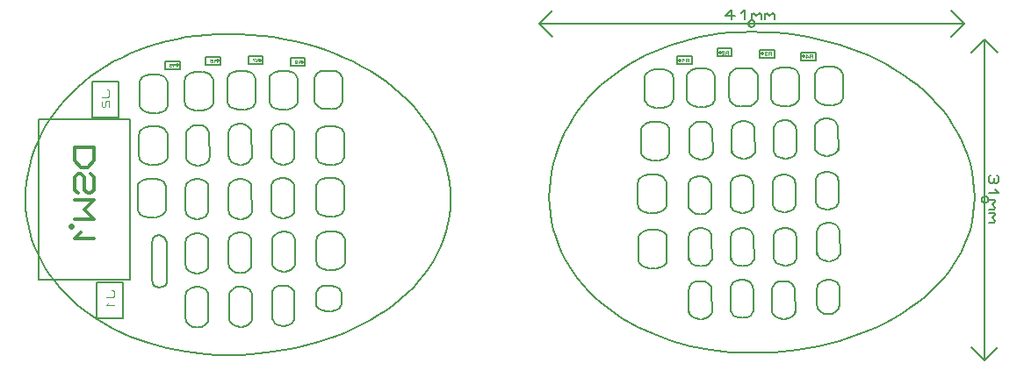
<source format=gbr>
G04 PROTEUS GERBER X2 FILE*
%TF.GenerationSoftware,Labcenter,Proteus,8.9-SP2-Build28501*%
%TF.CreationDate,2020-07-12T19:41:18+00:00*%
%TF.FileFunction,AssemblyDrawing,Bot*%
%TF.FilePolarity,Positive*%
%TF.Part,Single*%
%TF.SameCoordinates,{dc61f2e1-3fbc-4622-b235-fc52ee95e5fb}*%
%FSLAX45Y45*%
%MOMM*%
G01*
%TA.AperFunction,Profile*%
%ADD18C,0.203200*%
%TA.AperFunction,NonMaterial*%
%ADD19C,0.203200*%
%TA.AperFunction,Material*%
%ADD24C,0.152400*%
%ADD40C,0.121920*%
%ADD41C,0.609600*%
%ADD42C,0.313430*%
%ADD22C,0.203200*%
%ADD37C,0.304800*%
%ADD38C,0.045720*%
%TD.AperFunction*%
D18*
X-6550000Y-6000000D02*
X-6547519Y-5916226D01*
X-6540151Y-5833716D01*
X-6528008Y-5752560D01*
X-6511200Y-5672852D01*
X-6489840Y-5594681D01*
X-6464039Y-5518140D01*
X-6433909Y-5443320D01*
X-6399561Y-5370312D01*
X-6361107Y-5299210D01*
X-6318658Y-5230103D01*
X-6272326Y-5163083D01*
X-6222223Y-5098242D01*
X-6168460Y-5035672D01*
X-6111149Y-4975464D01*
X-6050401Y-4917709D01*
X-5986328Y-4862500D01*
X-5919042Y-4809927D01*
X-5848653Y-4760083D01*
X-5775275Y-4713058D01*
X-5699017Y-4668945D01*
X-5619993Y-4627835D01*
X-5538313Y-4589819D01*
X-5454089Y-4554990D01*
X-5367432Y-4523438D01*
X-5278454Y-4495255D01*
X-5187267Y-4470532D01*
X-5093983Y-4449362D01*
X-4998712Y-4431836D01*
X-4901567Y-4418045D01*
X-4802659Y-4408081D01*
X-4702099Y-4402036D01*
X-4600000Y-4400000D01*
X-4487429Y-4402036D01*
X-4376556Y-4408081D01*
X-4267503Y-4418045D01*
X-4160394Y-4431836D01*
X-4055352Y-4449362D01*
X-3952500Y-4470532D01*
X-3851961Y-4495255D01*
X-3753857Y-4523438D01*
X-3658313Y-4554990D01*
X-3565450Y-4589819D01*
X-3475393Y-4627835D01*
X-3388263Y-4668945D01*
X-3304184Y-4713058D01*
X-3223279Y-4760083D01*
X-3145672Y-4809927D01*
X-3071484Y-4862500D01*
X-3000840Y-4917709D01*
X-2933861Y-4975464D01*
X-2870672Y-5035672D01*
X-2811395Y-5098242D01*
X-2756153Y-5163083D01*
X-2705070Y-5230103D01*
X-2658267Y-5299210D01*
X-2615869Y-5370312D01*
X-2577998Y-5443320D01*
X-2544778Y-5518140D01*
X-2516331Y-5594681D01*
X-2492780Y-5672852D01*
X-2474248Y-5752560D01*
X-2460859Y-5833716D01*
X-2452735Y-5916226D01*
X-2450000Y-6000000D01*
X-2452735Y-6078538D01*
X-2460859Y-6155891D01*
X-2474248Y-6231975D01*
X-2492780Y-6306702D01*
X-2516331Y-6379987D01*
X-2544778Y-6451744D01*
X-2577998Y-6521888D01*
X-2615869Y-6590332D01*
X-2658267Y-6656991D01*
X-2705070Y-6721779D01*
X-2756153Y-6784610D01*
X-2811395Y-6845398D01*
X-2870672Y-6904058D01*
X-2933861Y-6960503D01*
X-3000840Y-7014647D01*
X-3071484Y-7066406D01*
X-3145672Y-7115693D01*
X-3223279Y-7162422D01*
X-3304184Y-7206508D01*
X-3388263Y-7247864D01*
X-3475393Y-7286405D01*
X-3565450Y-7322044D01*
X-3753857Y-7384277D01*
X-3952500Y-7433876D01*
X-4160394Y-7470154D01*
X-4376556Y-7492424D01*
X-4487429Y-7498092D01*
X-4600000Y-7500000D01*
X-4702099Y-7498092D01*
X-4802659Y-7492424D01*
X-4998712Y-7470154D01*
X-5187267Y-7433876D01*
X-5367432Y-7384277D01*
X-5538313Y-7322044D01*
X-5699017Y-7247864D01*
X-5848653Y-7162422D01*
X-5919042Y-7115693D01*
X-5986328Y-7066406D01*
X-6050401Y-7014647D01*
X-6111149Y-6960503D01*
X-6168460Y-6904058D01*
X-6222223Y-6845398D01*
X-6272326Y-6784610D01*
X-6318658Y-6721779D01*
X-6361107Y-6656991D01*
X-6399561Y-6590332D01*
X-6433909Y-6521888D01*
X-6464039Y-6451744D01*
X-6489840Y-6379987D01*
X-6511200Y-6306702D01*
X-6528008Y-6231975D01*
X-6540151Y-6155891D01*
X-6547519Y-6078538D01*
X-6550000Y-6000000D01*
D19*
X+2700000Y-4450000D02*
X+2700000Y-7550000D01*
X+2700000Y-4450000D02*
X+2573000Y-4577000D01*
X+2700000Y-4450000D02*
X+2827000Y-4577000D01*
X+2700000Y-7550000D02*
X+2827000Y-7423000D01*
X+2700000Y-7550000D02*
X+2573000Y-7423000D01*
X+2731750Y-6000000D02*
X+2731641Y-5997366D01*
X+2730751Y-5992097D01*
X+2728889Y-5986828D01*
X+2725846Y-5981559D01*
X+2721191Y-5976357D01*
X+2715922Y-5972531D01*
X+2710653Y-5970091D01*
X+2705384Y-5968710D01*
X+2700115Y-5968250D01*
X+2700000Y-5968250D01*
X+2668250Y-6000000D02*
X+2668359Y-5997366D01*
X+2669249Y-5992097D01*
X+2671111Y-5986828D01*
X+2674154Y-5981559D01*
X+2678809Y-5976357D01*
X+2684078Y-5972531D01*
X+2689347Y-5970091D01*
X+2694616Y-5968710D01*
X+2699885Y-5968250D01*
X+2700000Y-5968250D01*
X+2668250Y-6000000D02*
X+2668359Y-6002634D01*
X+2669249Y-6007903D01*
X+2671111Y-6013172D01*
X+2674154Y-6018441D01*
X+2678809Y-6023643D01*
X+2684078Y-6027469D01*
X+2689347Y-6029909D01*
X+2694616Y-6031290D01*
X+2699885Y-6031750D01*
X+2700000Y-6031750D01*
X+2731750Y-6000000D02*
X+2731641Y-6002634D01*
X+2730751Y-6007903D01*
X+2728889Y-6013172D01*
X+2725846Y-6018441D01*
X+2721191Y-6023643D01*
X+2715922Y-6027469D01*
X+2710653Y-6029909D01*
X+2705384Y-6031290D01*
X+2700115Y-6031750D01*
X+2700000Y-6031750D01*
X+2816840Y-5761875D02*
X+2832080Y-5777750D01*
X+2832080Y-5825375D01*
X+2816840Y-5841250D01*
X+2801600Y-5841250D01*
X+2786360Y-5825375D01*
X+2771120Y-5841250D01*
X+2755880Y-5841250D01*
X+2740640Y-5825375D01*
X+2740640Y-5777750D01*
X+2755880Y-5761875D01*
X+2786360Y-5793625D02*
X+2786360Y-5825375D01*
X+2801600Y-5904750D02*
X+2832080Y-5936500D01*
X+2740640Y-5936500D01*
X+2740640Y-6000000D02*
X+2801600Y-6000000D01*
X+2786360Y-6000000D02*
X+2801600Y-6015875D01*
X+2771120Y-6047625D01*
X+2801600Y-6079375D01*
X+2786360Y-6095250D01*
X+2740640Y-6095250D01*
X+2740640Y-6127000D02*
X+2801600Y-6127000D01*
X+2786360Y-6127000D02*
X+2801600Y-6142875D01*
X+2771120Y-6174625D01*
X+2801600Y-6206375D01*
X+2786360Y-6222250D01*
X+2740640Y-6222250D01*
X-1600000Y-4300000D02*
X+2500000Y-4300000D01*
X-1600000Y-4300000D02*
X-1473000Y-4427000D01*
X-1600000Y-4300000D02*
X-1473000Y-4173000D01*
X+2500000Y-4300000D02*
X+2373000Y-4173000D01*
X+2500000Y-4300000D02*
X+2373000Y-4427000D01*
X+481750Y-4300000D02*
X+481641Y-4297366D01*
X+480751Y-4292097D01*
X+478889Y-4286828D01*
X+475846Y-4281559D01*
X+471191Y-4276357D01*
X+465922Y-4272531D01*
X+460653Y-4270091D01*
X+455384Y-4268710D01*
X+450115Y-4268250D01*
X+450000Y-4268250D01*
X+418250Y-4300000D02*
X+418359Y-4297366D01*
X+419249Y-4292097D01*
X+421111Y-4286828D01*
X+424154Y-4281559D01*
X+428809Y-4276357D01*
X+434078Y-4272531D01*
X+439347Y-4270091D01*
X+444616Y-4268710D01*
X+449885Y-4268250D01*
X+450000Y-4268250D01*
X+418250Y-4300000D02*
X+418359Y-4302634D01*
X+419249Y-4307903D01*
X+421111Y-4313172D01*
X+424154Y-4318441D01*
X+428809Y-4323643D01*
X+434078Y-4327469D01*
X+439347Y-4329909D01*
X+444616Y-4331290D01*
X+449885Y-4331750D01*
X+450000Y-4331750D01*
X+481750Y-4300000D02*
X+481641Y-4302634D01*
X+480751Y-4307903D01*
X+478889Y-4313172D01*
X+475846Y-4318441D01*
X+471191Y-4323643D01*
X+465922Y-4327469D01*
X+460653Y-4329909D01*
X+455384Y-4331290D01*
X+450115Y-4331750D01*
X+450000Y-4331750D01*
X+291250Y-4228880D02*
X+196000Y-4228880D01*
X+259500Y-4167920D01*
X+259500Y-4259360D01*
X+354750Y-4198400D02*
X+386500Y-4167920D01*
X+386500Y-4259360D01*
X+450000Y-4259360D02*
X+450000Y-4198400D01*
X+450000Y-4213640D02*
X+465875Y-4198400D01*
X+497625Y-4228880D01*
X+529375Y-4198400D01*
X+545250Y-4213640D01*
X+545250Y-4259360D01*
X+577000Y-4259360D02*
X+577000Y-4198400D01*
X+577000Y-4213640D02*
X+592875Y-4198400D01*
X+624625Y-4228880D01*
X+656375Y-4198400D01*
X+672250Y-4213640D01*
X+672250Y-4259360D01*
D18*
X-4430000Y-4760000D02*
X-4390644Y-4766943D01*
X-4358906Y-4786016D01*
X-4337715Y-4814580D01*
X-4331990Y-4831598D01*
X-4330000Y-4850000D01*
X-4435000Y-5130000D02*
X-4393676Y-5123442D01*
X-4360351Y-5105430D01*
X-4338100Y-5078452D01*
X-4332089Y-5062380D01*
X-4330000Y-5045000D01*
X-4495000Y-5130000D02*
X-4538291Y-5123442D01*
X-4573203Y-5105430D01*
X-4596514Y-5078452D01*
X-4602811Y-5062380D01*
X-4605000Y-5045000D01*
X-4500000Y-4760000D02*
X-4541323Y-4766558D01*
X-4574648Y-4784570D01*
X-4596899Y-4811548D01*
X-4602911Y-4827620D01*
X-4605000Y-4845000D01*
X-4605000Y-5045000D02*
X-4605000Y-4845000D01*
X-4435000Y-4760000D02*
X-4510000Y-4760000D01*
X-4440000Y-5130000D02*
X-4490000Y-5130000D01*
X-4330000Y-4845000D02*
X-4330000Y-5045000D01*
X-4025000Y-4760000D02*
X-3985644Y-4766943D01*
X-3953906Y-4786016D01*
X-3932715Y-4814580D01*
X-3926990Y-4831598D01*
X-3925000Y-4850000D01*
X-4030000Y-5130000D02*
X-3988676Y-5123442D01*
X-3955351Y-5105430D01*
X-3933100Y-5078452D01*
X-3927089Y-5062380D01*
X-3925000Y-5045000D01*
X-4090000Y-5130000D02*
X-4133291Y-5123442D01*
X-4168203Y-5105430D01*
X-4191514Y-5078452D01*
X-4197811Y-5062380D01*
X-4200000Y-5045000D01*
X-4095000Y-4760000D02*
X-4136323Y-4766558D01*
X-4169648Y-4784570D01*
X-4191899Y-4811548D01*
X-4197911Y-4827620D01*
X-4200000Y-4845000D01*
X-4200000Y-5045000D02*
X-4200000Y-4845000D01*
X-4030000Y-4760000D02*
X-4105000Y-4760000D01*
X-4035000Y-5130000D02*
X-4085000Y-5130000D01*
X-3925000Y-4845000D02*
X-3925000Y-5045000D01*
X-4840000Y-4770000D02*
X-4800644Y-4776943D01*
X-4768906Y-4796016D01*
X-4747715Y-4824580D01*
X-4741990Y-4841598D01*
X-4740000Y-4860000D01*
X-4845000Y-5140000D02*
X-4803676Y-5133442D01*
X-4770351Y-5115430D01*
X-4748100Y-5088452D01*
X-4742089Y-5072380D01*
X-4740000Y-5055000D01*
X-4905000Y-5140000D02*
X-4948291Y-5133442D01*
X-4983203Y-5115430D01*
X-5006514Y-5088452D01*
X-5012811Y-5072380D01*
X-5015000Y-5055000D01*
X-4910000Y-4770000D02*
X-4951323Y-4776558D01*
X-4984648Y-4794570D01*
X-5006899Y-4821548D01*
X-5012911Y-4837620D01*
X-5015000Y-4855000D01*
X-5015000Y-5055000D02*
X-5015000Y-4855000D01*
X-4845000Y-4770000D02*
X-4920000Y-4770000D01*
X-4850000Y-5140000D02*
X-4900000Y-5140000D01*
X-4740000Y-4855000D02*
X-4740000Y-5055000D01*
X-3590000Y-4755000D02*
X-3550644Y-4761943D01*
X-3518906Y-4781016D01*
X-3497715Y-4809580D01*
X-3491990Y-4826598D01*
X-3490000Y-4845000D01*
X-3595000Y-5125000D02*
X-3553676Y-5118442D01*
X-3520351Y-5100430D01*
X-3498100Y-5073452D01*
X-3492089Y-5057380D01*
X-3490000Y-5040000D01*
X-3655000Y-5125000D02*
X-3698291Y-5118442D01*
X-3733203Y-5100430D01*
X-3756514Y-5073452D01*
X-3762811Y-5057380D01*
X-3765000Y-5040000D01*
X-3660000Y-4755000D02*
X-3701323Y-4761558D01*
X-3734648Y-4779570D01*
X-3756899Y-4806548D01*
X-3762911Y-4822620D01*
X-3765000Y-4840000D01*
X-3765000Y-5040000D02*
X-3765000Y-4840000D01*
X-3590000Y-4755000D02*
X-3665000Y-4755000D01*
X-3600000Y-5125000D02*
X-3650000Y-5125000D01*
X-3490000Y-4840000D02*
X-3490000Y-5040000D01*
X+810000Y-4725000D02*
X+849356Y-4731943D01*
X+881094Y-4751016D01*
X+902285Y-4779580D01*
X+908010Y-4796598D01*
X+910000Y-4815000D01*
X+805000Y-5095000D02*
X+846324Y-5088442D01*
X+879649Y-5070430D01*
X+901900Y-5043452D01*
X+907911Y-5027380D01*
X+910000Y-5010000D01*
X+745000Y-5095000D02*
X+701709Y-5088442D01*
X+666797Y-5070430D01*
X+643486Y-5043452D01*
X+637189Y-5027380D01*
X+635000Y-5010000D01*
X+740000Y-4725000D02*
X+698677Y-4731558D01*
X+665352Y-4749570D01*
X+643101Y-4776548D01*
X+637089Y-4792620D01*
X+635000Y-4810000D01*
X+635000Y-5010000D02*
X+635000Y-4810000D01*
X+810000Y-4725000D02*
X+735000Y-4725000D01*
X+800000Y-5095000D02*
X+750000Y-5095000D01*
X+910000Y-4810000D02*
X+910000Y-5010000D01*
X+410000Y-4730000D02*
X+449356Y-4736943D01*
X+481094Y-4756016D01*
X+502285Y-4784580D01*
X+508010Y-4801598D01*
X+510000Y-4820000D01*
X+405000Y-5100000D02*
X+446324Y-5093442D01*
X+479649Y-5075430D01*
X+501900Y-5048452D01*
X+507911Y-5032380D01*
X+510000Y-5015000D01*
X+345000Y-5100000D02*
X+301709Y-5093442D01*
X+266797Y-5075430D01*
X+243486Y-5048452D01*
X+237189Y-5032380D01*
X+235000Y-5015000D01*
X+340000Y-4730000D02*
X+298677Y-4736558D01*
X+265352Y-4754570D01*
X+243101Y-4781548D01*
X+237089Y-4797620D01*
X+235000Y-4815000D01*
X+235000Y-5015000D02*
X+235000Y-4815000D01*
X+410000Y-4730000D02*
X+335000Y-4730000D01*
X+400000Y-5100000D02*
X+350000Y-5100000D01*
X+510000Y-4815000D02*
X+510000Y-5015000D01*
X+1235000Y-4720000D02*
X+1274356Y-4726943D01*
X+1306094Y-4746016D01*
X+1327285Y-4774580D01*
X+1333010Y-4791598D01*
X+1335000Y-4810000D01*
X+1230000Y-5090000D02*
X+1271324Y-5083442D01*
X+1304649Y-5065430D01*
X+1326900Y-5038452D01*
X+1332911Y-5022380D01*
X+1335000Y-5005000D01*
X+1170000Y-5090000D02*
X+1126709Y-5083442D01*
X+1091797Y-5065430D01*
X+1068486Y-5038452D01*
X+1062189Y-5022380D01*
X+1060000Y-5005000D01*
X+1165000Y-4720000D02*
X+1123677Y-4726558D01*
X+1090352Y-4744570D01*
X+1068101Y-4771548D01*
X+1062089Y-4787620D01*
X+1060000Y-4805000D01*
X+1060000Y-5005000D02*
X+1060000Y-4805000D01*
X+1235000Y-4720000D02*
X+1160000Y-4720000D01*
X+1225000Y-5090000D02*
X+1175000Y-5090000D01*
X+1335000Y-4805000D02*
X+1335000Y-5005000D01*
X+0Y-4735000D02*
X+39356Y-4741943D01*
X+71094Y-4761016D01*
X+92285Y-4789580D01*
X+98010Y-4806598D01*
X+100000Y-4825000D01*
X-5000Y-5105000D02*
X+36324Y-5098442D01*
X+69649Y-5080430D01*
X+91900Y-5053452D01*
X+97911Y-5037380D01*
X+100000Y-5020000D01*
X-65000Y-5105000D02*
X-108291Y-5098442D01*
X-143203Y-5080430D01*
X-166514Y-5053452D01*
X-172811Y-5037380D01*
X-175000Y-5020000D01*
X-70000Y-4735000D02*
X-111323Y-4741558D01*
X-144648Y-4759570D01*
X-166899Y-4786548D01*
X-172911Y-4802620D01*
X-175000Y-4820000D01*
X-175000Y-5020000D02*
X-175000Y-4820000D01*
X+0Y-4735000D02*
X-75000Y-4735000D01*
X-10000Y-5105000D02*
X-60000Y-5105000D01*
X+100000Y-4820000D02*
X+100000Y-5020000D01*
X-405000Y-4740000D02*
X-365644Y-4746943D01*
X-333906Y-4766016D01*
X-312715Y-4794580D01*
X-306990Y-4811598D01*
X-305000Y-4830000D01*
X-410000Y-5110000D02*
X-368676Y-5103442D01*
X-335351Y-5085430D01*
X-313100Y-5058452D01*
X-307089Y-5042380D01*
X-305000Y-5025000D01*
X-470000Y-5110000D02*
X-513291Y-5103442D01*
X-548203Y-5085430D01*
X-571514Y-5058452D01*
X-577811Y-5042380D01*
X-580000Y-5025000D01*
X-475000Y-4740000D02*
X-516323Y-4746558D01*
X-549648Y-4764570D01*
X-571899Y-4791548D01*
X-577911Y-4807620D01*
X-580000Y-4825000D01*
X-580000Y-5025000D02*
X-580000Y-4825000D01*
X-405000Y-4740000D02*
X-480000Y-4740000D01*
X-415000Y-5110000D02*
X-465000Y-5110000D01*
X-305000Y-4825000D02*
X-305000Y-5025000D01*
X-1500000Y-5980000D02*
X-1497519Y-5896226D01*
X-1490151Y-5813716D01*
X-1478008Y-5732560D01*
X-1461200Y-5652852D01*
X-1439840Y-5574681D01*
X-1414039Y-5498140D01*
X-1383909Y-5423320D01*
X-1349561Y-5350312D01*
X-1311107Y-5279210D01*
X-1268658Y-5210103D01*
X-1222326Y-5143083D01*
X-1172223Y-5078242D01*
X-1118460Y-5015672D01*
X-1061149Y-4955464D01*
X-1000401Y-4897709D01*
X-936328Y-4842500D01*
X-869042Y-4789927D01*
X-798653Y-4740083D01*
X-725275Y-4693058D01*
X-649017Y-4648945D01*
X-569993Y-4607835D01*
X-488313Y-4569819D01*
X-404089Y-4534990D01*
X-317432Y-4503438D01*
X-228454Y-4475255D01*
X-137267Y-4450532D01*
X-43983Y-4429362D01*
X+51288Y-4411836D01*
X+148433Y-4398045D01*
X+247341Y-4388081D01*
X+347901Y-4382036D01*
X+450000Y-4380000D01*
X+562571Y-4382036D01*
X+673444Y-4388081D01*
X+782497Y-4398045D01*
X+889606Y-4411836D01*
X+994648Y-4429362D01*
X+1097500Y-4450532D01*
X+1198039Y-4475255D01*
X+1296143Y-4503438D01*
X+1391687Y-4534990D01*
X+1484550Y-4569819D01*
X+1574607Y-4607835D01*
X+1661737Y-4648945D01*
X+1745816Y-4693058D01*
X+1826721Y-4740083D01*
X+1904328Y-4789927D01*
X+1978516Y-4842500D01*
X+2049160Y-4897709D01*
X+2116139Y-4955464D01*
X+2179328Y-5015672D01*
X+2238605Y-5078242D01*
X+2293847Y-5143083D01*
X+2344930Y-5210103D01*
X+2391733Y-5279210D01*
X+2434131Y-5350312D01*
X+2472002Y-5423320D01*
X+2505222Y-5498140D01*
X+2533669Y-5574681D01*
X+2557220Y-5652852D01*
X+2575752Y-5732560D01*
X+2589141Y-5813716D01*
X+2597265Y-5896226D01*
X+2600000Y-5980000D01*
X+2597265Y-6058538D01*
X+2589141Y-6135891D01*
X+2575752Y-6211975D01*
X+2557220Y-6286702D01*
X+2533669Y-6359987D01*
X+2505222Y-6431744D01*
X+2472002Y-6501888D01*
X+2434131Y-6570332D01*
X+2391733Y-6636991D01*
X+2344930Y-6701779D01*
X+2293847Y-6764610D01*
X+2238605Y-6825398D01*
X+2179328Y-6884058D01*
X+2116139Y-6940503D01*
X+2049160Y-6994647D01*
X+1978516Y-7046406D01*
X+1904328Y-7095693D01*
X+1826721Y-7142422D01*
X+1745816Y-7186508D01*
X+1661737Y-7227864D01*
X+1574607Y-7266405D01*
X+1484550Y-7302044D01*
X+1296143Y-7364277D01*
X+1097500Y-7413876D01*
X+889606Y-7450154D01*
X+673444Y-7472424D01*
X+562571Y-7478092D01*
X+450000Y-7480000D01*
X+347901Y-7478092D01*
X+247341Y-7472424D01*
X+51288Y-7450154D01*
X-137267Y-7413876D01*
X-317432Y-7364277D01*
X-488313Y-7302044D01*
X-649017Y-7227864D01*
X-798653Y-7142422D01*
X-869042Y-7095693D01*
X-936328Y-7046406D01*
X-1000401Y-6994647D01*
X-1061149Y-6940503D01*
X-1118460Y-6884058D01*
X-1172223Y-6825398D01*
X-1222326Y-6764610D01*
X-1268658Y-6701779D01*
X-1311107Y-6636991D01*
X-1349561Y-6570332D01*
X-1383909Y-6501888D01*
X-1414039Y-6431744D01*
X-1439840Y-6359987D01*
X-1461200Y-6286702D01*
X-1478008Y-6211975D01*
X-1490151Y-6135891D01*
X-1497519Y-6058538D01*
X-1500000Y-5980000D01*
D24*
X-5860400Y-6794740D02*
X-5608940Y-6794740D01*
X-5608940Y-7145260D01*
X-5860400Y-7145260D01*
X-5860400Y-6794740D01*
X-5608940Y-6794740D01*
X-5608940Y-7145260D01*
X-5860400Y-7145260D01*
X-5860400Y-6794740D01*
D40*
X-5722478Y-6872464D02*
X-5710286Y-6872464D01*
X-5698094Y-6884656D01*
X-5698094Y-6933424D01*
X-5710286Y-6945616D01*
X-5771246Y-6945616D01*
X-5746862Y-6994384D02*
X-5771246Y-7018768D01*
X-5698094Y-7018768D01*
D24*
X-5904400Y-4857740D02*
X-5652940Y-4857740D01*
X-5652940Y-5208260D01*
X-5904400Y-5208260D01*
X-5904400Y-4857740D01*
X-5652940Y-4857740D01*
X-5652940Y-5208260D01*
X-5904400Y-5208260D01*
X-5904400Y-4857740D01*
D40*
X-5766478Y-4935464D02*
X-5754286Y-4935464D01*
X-5742094Y-4947656D01*
X-5742094Y-4996424D01*
X-5754286Y-5008616D01*
X-5815246Y-5008616D01*
X-5803054Y-5045192D02*
X-5815246Y-5057384D01*
X-5815246Y-5093960D01*
X-5803054Y-5106152D01*
X-5790862Y-5106152D01*
X-5778670Y-5093960D01*
X-5778670Y-5057384D01*
X-5766478Y-5045192D01*
X-5742094Y-5045192D01*
X-5742094Y-5106152D01*
D24*
X-5546120Y-6775970D02*
X-6419880Y-6775970D01*
X-6419880Y-5224030D01*
X-5546120Y-5224030D01*
X-5546120Y-6775970D01*
X-6419880Y-6775970D01*
X-6419880Y-5224030D01*
X-5546120Y-5224030D01*
X-5546120Y-6775970D01*
D41*
X-6110000Y-6254000D02*
X-6110000Y-6254000D01*
D42*
X-5888969Y-5498504D02*
X-6077030Y-5498504D01*
X-6077030Y-5623878D01*
X-6014343Y-5686565D01*
X-5951656Y-5686565D01*
X-5888969Y-5623878D01*
X-5888969Y-5498504D01*
X-5920312Y-5749252D02*
X-5888969Y-5780595D01*
X-5888969Y-5905969D01*
X-5920312Y-5937313D01*
X-5951656Y-5937313D01*
X-5983000Y-5905969D01*
X-5983000Y-5780595D01*
X-6014343Y-5749252D01*
X-6045687Y-5749252D01*
X-6077030Y-5780595D01*
X-6077030Y-5905969D01*
X-6045687Y-5937313D01*
X-6077030Y-6000000D02*
X-5888969Y-6000000D01*
X-5983000Y-6094030D01*
X-5888969Y-6188061D01*
X-6077030Y-6188061D01*
X-6014343Y-6313435D02*
X-6077030Y-6376122D01*
X-5888969Y-6376122D01*
D22*
X-265400Y-4693100D02*
X-123160Y-4693100D01*
X-123160Y-4616900D01*
X-265400Y-4616900D01*
X-265400Y-4693100D01*
D37*
X-240000Y-4655000D02*
X-240000Y-4655000D01*
D38*
X-157704Y-4668716D02*
X-157704Y-4641284D01*
X-180564Y-4641284D01*
X-185136Y-4645856D01*
X-185136Y-4650428D01*
X-180564Y-4655000D01*
X-157704Y-4655000D01*
X-180564Y-4655000D02*
X-185136Y-4659572D01*
X-185136Y-4668716D01*
X-203424Y-4650428D02*
X-212568Y-4641284D01*
X-212568Y-4668716D01*
D22*
X+118160Y-4618100D02*
X+260400Y-4618100D01*
X+260400Y-4541900D01*
X+118160Y-4541900D01*
X+118160Y-4618100D01*
D37*
X+143560Y-4580000D02*
X+143560Y-4580000D01*
D38*
X+225856Y-4593716D02*
X+225856Y-4566284D01*
X+202996Y-4566284D01*
X+198424Y-4570856D01*
X+198424Y-4575428D01*
X+202996Y-4580000D01*
X+225856Y-4580000D01*
X+202996Y-4580000D02*
X+198424Y-4584572D01*
X+198424Y-4593716D01*
X+184708Y-4570856D02*
X+180136Y-4566284D01*
X+166420Y-4566284D01*
X+161848Y-4570856D01*
X+161848Y-4575428D01*
X+166420Y-4580000D01*
X+180136Y-4580000D01*
X+184708Y-4584572D01*
X+184708Y-4593716D01*
X+161848Y-4593716D01*
D22*
X+531720Y-4627100D02*
X+673960Y-4627100D01*
X+673960Y-4550900D01*
X+531720Y-4550900D01*
X+531720Y-4627100D01*
D37*
X+557120Y-4589000D02*
X+557120Y-4589000D01*
D38*
X+639416Y-4602716D02*
X+639416Y-4575284D01*
X+616556Y-4575284D01*
X+611984Y-4579856D01*
X+611984Y-4584428D01*
X+616556Y-4589000D01*
X+639416Y-4589000D01*
X+616556Y-4589000D02*
X+611984Y-4593572D01*
X+611984Y-4602716D01*
X+598268Y-4579856D02*
X+593696Y-4575284D01*
X+579980Y-4575284D01*
X+575408Y-4579856D01*
X+575408Y-4584428D01*
X+579980Y-4589000D01*
X+575408Y-4593572D01*
X+575408Y-4598144D01*
X+579980Y-4602716D01*
X+593696Y-4602716D01*
X+598268Y-4598144D01*
X+589124Y-4589000D02*
X+579980Y-4589000D01*
D22*
X+928160Y-4653100D02*
X+1070400Y-4653100D01*
X+1070400Y-4576900D01*
X+928160Y-4576900D01*
X+928160Y-4653100D01*
D37*
X+953560Y-4615000D02*
X+953560Y-4615000D01*
D38*
X+1035856Y-4628716D02*
X+1035856Y-4601284D01*
X+1012996Y-4601284D01*
X+1008424Y-4605856D01*
X+1008424Y-4610428D01*
X+1012996Y-4615000D01*
X+1035856Y-4615000D01*
X+1012996Y-4615000D02*
X+1008424Y-4619572D01*
X+1008424Y-4628716D01*
X+971848Y-4619572D02*
X+999280Y-4619572D01*
X+980992Y-4601284D01*
X+980992Y-4628716D01*
D22*
X-5205400Y-4738100D02*
X-5063160Y-4738100D01*
X-5063160Y-4661900D01*
X-5205400Y-4661900D01*
X-5205400Y-4738100D01*
D37*
X-5088560Y-4700000D02*
X-5088560Y-4700000D01*
D38*
X-5097704Y-4713716D02*
X-5097704Y-4686284D01*
X-5120564Y-4686284D01*
X-5125136Y-4690856D01*
X-5125136Y-4695428D01*
X-5120564Y-4700000D01*
X-5097704Y-4700000D01*
X-5120564Y-4700000D02*
X-5125136Y-4704572D01*
X-5125136Y-4713716D01*
X-5161712Y-4686284D02*
X-5138852Y-4686284D01*
X-5138852Y-4695428D01*
X-5157140Y-4695428D01*
X-5161712Y-4700000D01*
X-5161712Y-4709144D01*
X-5157140Y-4713716D01*
X-5143424Y-4713716D01*
X-5138852Y-4709144D01*
D22*
X-4811840Y-4698100D02*
X-4669600Y-4698100D01*
X-4669600Y-4621900D01*
X-4811840Y-4621900D01*
X-4811840Y-4698100D01*
D37*
X-4695000Y-4660000D02*
X-4695000Y-4660000D01*
D38*
X-4704144Y-4673716D02*
X-4704144Y-4646284D01*
X-4727004Y-4646284D01*
X-4731576Y-4650856D01*
X-4731576Y-4655428D01*
X-4727004Y-4660000D01*
X-4704144Y-4660000D01*
X-4727004Y-4660000D02*
X-4731576Y-4664572D01*
X-4731576Y-4673716D01*
X-4768152Y-4650856D02*
X-4763580Y-4646284D01*
X-4749864Y-4646284D01*
X-4745292Y-4650856D01*
X-4745292Y-4669144D01*
X-4749864Y-4673716D01*
X-4763580Y-4673716D01*
X-4768152Y-4669144D01*
X-4768152Y-4664572D01*
X-4763580Y-4660000D01*
X-4745292Y-4660000D01*
D22*
X-4401840Y-4692100D02*
X-4259600Y-4692100D01*
X-4259600Y-4615900D01*
X-4401840Y-4615900D01*
X-4401840Y-4692100D01*
D37*
X-4285000Y-4654000D02*
X-4285000Y-4654000D01*
D38*
X-4294144Y-4667716D02*
X-4294144Y-4640284D01*
X-4317004Y-4640284D01*
X-4321576Y-4644856D01*
X-4321576Y-4649428D01*
X-4317004Y-4654000D01*
X-4294144Y-4654000D01*
X-4317004Y-4654000D02*
X-4321576Y-4658572D01*
X-4321576Y-4667716D01*
X-4335292Y-4640284D02*
X-4358152Y-4640284D01*
X-4358152Y-4644856D01*
X-4335292Y-4667716D01*
D22*
X-3996840Y-4708100D02*
X-3854600Y-4708100D01*
X-3854600Y-4631900D01*
X-3996840Y-4631900D01*
X-3996840Y-4708100D01*
D37*
X-3880000Y-4670000D02*
X-3880000Y-4670000D01*
D38*
X-3889144Y-4683716D02*
X-3889144Y-4656284D01*
X-3912004Y-4656284D01*
X-3916576Y-4660856D01*
X-3916576Y-4665428D01*
X-3912004Y-4670000D01*
X-3889144Y-4670000D01*
X-3912004Y-4670000D02*
X-3916576Y-4674572D01*
X-3916576Y-4683716D01*
X-3934864Y-4670000D02*
X-3930292Y-4665428D01*
X-3930292Y-4660856D01*
X-3934864Y-4656284D01*
X-3948580Y-4656284D01*
X-3953152Y-4660856D01*
X-3953152Y-4665428D01*
X-3948580Y-4670000D01*
X-3934864Y-4670000D01*
X-3930292Y-4674572D01*
X-3930292Y-4679144D01*
X-3934864Y-4683716D01*
X-3948580Y-4683716D01*
X-3953152Y-4679144D01*
X-3953152Y-4674572D01*
X-3948580Y-4670000D01*
D18*
X-4880000Y-5280000D02*
X-4840644Y-5286943D01*
X-4808906Y-5306016D01*
X-4787715Y-5334580D01*
X-4781990Y-5351598D01*
X-4780000Y-5370000D01*
X-4880000Y-5670000D02*
X-4838676Y-5663442D01*
X-4805351Y-5645430D01*
X-4783100Y-5618452D01*
X-4777089Y-5602380D01*
X-4775000Y-5585000D01*
X-4890000Y-5670000D02*
X-4933291Y-5663442D01*
X-4968203Y-5645430D01*
X-4991514Y-5618452D01*
X-4997811Y-5602380D01*
X-5000000Y-5585000D01*
X-4895000Y-5280000D02*
X-4936323Y-5286558D01*
X-4969648Y-5304570D01*
X-4991899Y-5331548D01*
X-4997911Y-5347620D01*
X-5000000Y-5365000D01*
X-5000000Y-5370000D02*
X-5000000Y-5585000D01*
X-4775000Y-5585000D02*
X-4780000Y-5375000D01*
X-4895000Y-5280000D02*
X-4880000Y-5280000D01*
X-4470000Y-5270000D02*
X-4430644Y-5276943D01*
X-4398906Y-5296016D01*
X-4377715Y-5324580D01*
X-4371990Y-5341598D01*
X-4370000Y-5360000D01*
X-4470000Y-5660000D02*
X-4428676Y-5653442D01*
X-4395351Y-5635430D01*
X-4373100Y-5608452D01*
X-4367089Y-5592380D01*
X-4365000Y-5575000D01*
X-4480000Y-5660000D02*
X-4523291Y-5653442D01*
X-4558203Y-5635430D01*
X-4581514Y-5608452D01*
X-4587811Y-5592380D01*
X-4590000Y-5575000D01*
X-4485000Y-5270000D02*
X-4526323Y-5276558D01*
X-4559648Y-5294570D01*
X-4581899Y-5321548D01*
X-4587911Y-5337620D01*
X-4590000Y-5355000D01*
X-4590000Y-5360000D02*
X-4590000Y-5575000D01*
X-4365000Y-5575000D02*
X-4370000Y-5365000D01*
X-4485000Y-5270000D02*
X-4470000Y-5270000D01*
X-4060000Y-5270000D02*
X-4020644Y-5276943D01*
X-3988906Y-5296016D01*
X-3967715Y-5324580D01*
X-3961990Y-5341598D01*
X-3960000Y-5360000D01*
X-4060000Y-5660000D02*
X-4018676Y-5653442D01*
X-3985351Y-5635430D01*
X-3963100Y-5608452D01*
X-3957089Y-5592380D01*
X-3955000Y-5575000D01*
X-4070000Y-5660000D02*
X-4113291Y-5653442D01*
X-4148203Y-5635430D01*
X-4171514Y-5608452D01*
X-4177811Y-5592380D01*
X-4180000Y-5575000D01*
X-4075000Y-5270000D02*
X-4116323Y-5276558D01*
X-4149648Y-5294570D01*
X-4171899Y-5321548D01*
X-4177911Y-5337620D01*
X-4180000Y-5355000D01*
X-4180000Y-5360000D02*
X-4180000Y-5575000D01*
X-3955000Y-5575000D02*
X-3960000Y-5365000D01*
X-4075000Y-5270000D02*
X-4060000Y-5270000D01*
X-4885000Y-5800000D02*
X-4845644Y-5806943D01*
X-4813906Y-5826016D01*
X-4792715Y-5854580D01*
X-4786990Y-5871598D01*
X-4785000Y-5890000D01*
X-4890000Y-6190000D02*
X-4848676Y-6183442D01*
X-4815351Y-6165430D01*
X-4793100Y-6138452D01*
X-4787089Y-6122380D01*
X-4785000Y-6105000D01*
X-4895000Y-6190000D02*
X-4938291Y-6183442D01*
X-4973203Y-6165430D01*
X-4996514Y-6138452D01*
X-5002811Y-6122380D01*
X-5005000Y-6105000D01*
X-4900000Y-5800000D02*
X-4941323Y-5806558D01*
X-4974648Y-5824570D01*
X-4996899Y-5851548D01*
X-5002911Y-5867620D01*
X-5005000Y-5885000D01*
X-5005000Y-5890000D02*
X-5005000Y-6105000D01*
X-4785000Y-6105000D02*
X-4785000Y-5895000D01*
X-4900000Y-5800000D02*
X-4885000Y-5800000D01*
X-4470000Y-5800000D02*
X-4430644Y-5806943D01*
X-4398906Y-5826016D01*
X-4377715Y-5854580D01*
X-4371990Y-5871598D01*
X-4370000Y-5890000D01*
X-4470000Y-6190000D02*
X-4428676Y-6183442D01*
X-4395351Y-6165430D01*
X-4373100Y-6138452D01*
X-4367089Y-6122380D01*
X-4365000Y-6105000D01*
X-4480000Y-6190000D02*
X-4523291Y-6183442D01*
X-4558203Y-6165430D01*
X-4581514Y-6138452D01*
X-4587811Y-6122380D01*
X-4590000Y-6105000D01*
X-4485000Y-5800000D02*
X-4526323Y-5806558D01*
X-4559648Y-5824570D01*
X-4581899Y-5851548D01*
X-4587911Y-5867620D01*
X-4590000Y-5885000D01*
X-4590000Y-5890000D02*
X-4590000Y-6105000D01*
X-4365000Y-6105000D02*
X-4370000Y-5895000D01*
X-4485000Y-5800000D02*
X-4470000Y-5800000D01*
X-4060000Y-5790000D02*
X-4020644Y-5796943D01*
X-3988906Y-5816016D01*
X-3967715Y-5844580D01*
X-3961990Y-5861598D01*
X-3960000Y-5880000D01*
X-4060000Y-6180000D02*
X-4018676Y-6173442D01*
X-3985351Y-6155430D01*
X-3963100Y-6128452D01*
X-3957089Y-6112380D01*
X-3955000Y-6095000D01*
X-4070000Y-6180000D02*
X-4113291Y-6173442D01*
X-4148203Y-6155430D01*
X-4171514Y-6128452D01*
X-4177811Y-6112380D01*
X-4180000Y-6095000D01*
X-4075000Y-5790000D02*
X-4116323Y-5796558D01*
X-4149648Y-5814570D01*
X-4171899Y-5841548D01*
X-4177911Y-5857620D01*
X-4180000Y-5875000D01*
X-4180000Y-5880000D02*
X-4180000Y-6095000D01*
X-3955000Y-6095000D02*
X-3960000Y-5885000D01*
X-4075000Y-5790000D02*
X-4060000Y-5790000D01*
X-4884782Y-6323362D02*
X-4845426Y-6330305D01*
X-4813688Y-6349378D01*
X-4792497Y-6377942D01*
X-4786772Y-6394960D01*
X-4784782Y-6413362D01*
X-4889782Y-6713362D02*
X-4848458Y-6706804D01*
X-4815133Y-6688792D01*
X-4792882Y-6661814D01*
X-4786871Y-6645742D01*
X-4784782Y-6628362D01*
X-4894782Y-6713362D02*
X-4938073Y-6706804D01*
X-4972985Y-6688792D01*
X-4996296Y-6661814D01*
X-5002593Y-6645742D01*
X-5004782Y-6628362D01*
X-4899782Y-6323362D02*
X-4941105Y-6329920D01*
X-4974430Y-6347932D01*
X-4996681Y-6374910D01*
X-5002693Y-6390982D01*
X-5004782Y-6408362D01*
X-5004782Y-6413362D02*
X-5004782Y-6628362D01*
X-4784782Y-6628362D02*
X-4784782Y-6418362D01*
X-4899782Y-6323362D02*
X-4884782Y-6323362D01*
X-4469782Y-6318362D02*
X-4430426Y-6325305D01*
X-4398688Y-6344378D01*
X-4377497Y-6372942D01*
X-4371772Y-6389960D01*
X-4369782Y-6408362D01*
X-4474782Y-6708362D02*
X-4433458Y-6701804D01*
X-4400133Y-6683792D01*
X-4377882Y-6656814D01*
X-4371871Y-6640742D01*
X-4369782Y-6623362D01*
X-4479782Y-6708362D02*
X-4523073Y-6701804D01*
X-4557985Y-6683792D01*
X-4581296Y-6656814D01*
X-4587593Y-6640742D01*
X-4589782Y-6623362D01*
X-4484782Y-6318362D02*
X-4526105Y-6324920D01*
X-4559430Y-6342932D01*
X-4581681Y-6369910D01*
X-4587693Y-6385982D01*
X-4589782Y-6403362D01*
X-4589782Y-6408362D02*
X-4589782Y-6623362D01*
X-4369782Y-6623362D02*
X-4369782Y-6413362D01*
X-4484782Y-6318362D02*
X-4469782Y-6318362D01*
X-4049782Y-6308362D02*
X-4010426Y-6315305D01*
X-3978688Y-6334378D01*
X-3957497Y-6362942D01*
X-3951772Y-6379960D01*
X-3949782Y-6398362D01*
X-4054782Y-6698362D02*
X-4013458Y-6691804D01*
X-3980133Y-6673792D01*
X-3957882Y-6646814D01*
X-3951871Y-6630742D01*
X-3949782Y-6613362D01*
X-4059782Y-6698362D02*
X-4103073Y-6691804D01*
X-4137985Y-6673792D01*
X-4161296Y-6646814D01*
X-4167593Y-6630742D01*
X-4169782Y-6613362D01*
X-4064782Y-6308362D02*
X-4106105Y-6314920D01*
X-4139430Y-6332932D01*
X-4161681Y-6359910D01*
X-4167693Y-6375982D01*
X-4169782Y-6393362D01*
X-4169782Y-6398362D02*
X-4169782Y-6613362D01*
X-3949782Y-6613362D02*
X-3949782Y-6403362D01*
X-4064782Y-6308362D02*
X-4049782Y-6308362D01*
X-4884782Y-6843362D02*
X-4845426Y-6850305D01*
X-4813688Y-6869378D01*
X-4792497Y-6897942D01*
X-4786772Y-6914960D01*
X-4784782Y-6933362D01*
X-4889782Y-7233362D02*
X-4848458Y-7226804D01*
X-4815133Y-7208792D01*
X-4792882Y-7181814D01*
X-4786871Y-7165742D01*
X-4784782Y-7148362D01*
X-4894782Y-7233362D02*
X-4938073Y-7226804D01*
X-4972985Y-7208792D01*
X-4996296Y-7181814D01*
X-5002593Y-7165742D01*
X-5004782Y-7148362D01*
X-4899782Y-6843362D02*
X-4941105Y-6849920D01*
X-4974430Y-6867932D01*
X-4996681Y-6894910D01*
X-5002693Y-6910982D01*
X-5004782Y-6928362D01*
X-5004782Y-6933362D02*
X-5004782Y-7148362D01*
X-4784782Y-7148362D02*
X-4784782Y-6938362D01*
X-4899782Y-6843362D02*
X-4884782Y-6843362D01*
X-4464782Y-6838362D02*
X-4425426Y-6845305D01*
X-4393688Y-6864378D01*
X-4372497Y-6892942D01*
X-4366772Y-6909960D01*
X-4364782Y-6928362D01*
X-4469782Y-7228362D02*
X-4428458Y-7221804D01*
X-4395133Y-7203792D01*
X-4372882Y-7176814D01*
X-4366871Y-7160742D01*
X-4364782Y-7143362D01*
X-4474782Y-7228362D02*
X-4518073Y-7221804D01*
X-4552985Y-7203792D01*
X-4576296Y-7176814D01*
X-4582593Y-7160742D01*
X-4584782Y-7143362D01*
X-4479782Y-6838362D02*
X-4521105Y-6844920D01*
X-4554430Y-6862932D01*
X-4576681Y-6889910D01*
X-4582693Y-6905982D01*
X-4584782Y-6923362D01*
X-4584782Y-6928362D02*
X-4584782Y-7143362D01*
X-4364782Y-7143362D02*
X-4364782Y-6933362D01*
X-4479782Y-6838362D02*
X-4464782Y-6838362D01*
X-4054782Y-6828362D02*
X-4015426Y-6835305D01*
X-3983688Y-6854378D01*
X-3962497Y-6882942D01*
X-3956772Y-6899960D01*
X-3954782Y-6918362D01*
X-4059782Y-7218362D02*
X-4018458Y-7211804D01*
X-3985133Y-7193792D01*
X-3962882Y-7166814D01*
X-3956871Y-7150742D01*
X-3954782Y-7133362D01*
X-4064782Y-7218362D02*
X-4108073Y-7211804D01*
X-4142985Y-7193792D01*
X-4166296Y-7166814D01*
X-4172593Y-7150742D01*
X-4174782Y-7133362D01*
X-4069782Y-6828362D02*
X-4111105Y-6834920D01*
X-4144430Y-6852932D01*
X-4166681Y-6879910D01*
X-4172693Y-6895982D01*
X-4174782Y-6913362D01*
X-4174782Y-6918362D02*
X-4174782Y-7133362D01*
X-3954782Y-7133362D02*
X-3954782Y-6923362D01*
X-4069782Y-6828362D02*
X-4054782Y-6828362D01*
X-3575000Y-5290000D02*
X-3535644Y-5296943D01*
X-3503906Y-5316016D01*
X-3482715Y-5344580D01*
X-3476990Y-5361598D01*
X-3475000Y-5380000D01*
X-3580000Y-5660000D02*
X-3538676Y-5653442D01*
X-3505351Y-5635430D01*
X-3483100Y-5608452D01*
X-3477089Y-5592380D01*
X-3475000Y-5575000D01*
X-3640000Y-5660000D02*
X-3683291Y-5653442D01*
X-3718203Y-5635430D01*
X-3741514Y-5608452D01*
X-3747811Y-5592380D01*
X-3750000Y-5575000D01*
X-3645000Y-5290000D02*
X-3686323Y-5296558D01*
X-3719648Y-5314570D01*
X-3741899Y-5341548D01*
X-3747911Y-5357620D01*
X-3750000Y-5375000D01*
X-3750000Y-5575000D02*
X-3750000Y-5375000D01*
X-3575000Y-5290000D02*
X-3650000Y-5290000D01*
X-3585000Y-5660000D02*
X-3635000Y-5660000D01*
X-3475000Y-5375000D02*
X-3475000Y-5575000D01*
X-3575000Y-5795000D02*
X-3535644Y-5801943D01*
X-3503906Y-5821016D01*
X-3482715Y-5849580D01*
X-3476990Y-5866598D01*
X-3475000Y-5885000D01*
X-3580000Y-6165000D02*
X-3538676Y-6158442D01*
X-3505351Y-6140430D01*
X-3483100Y-6113452D01*
X-3477089Y-6097380D01*
X-3475000Y-6080000D01*
X-3640000Y-6165000D02*
X-3683291Y-6158442D01*
X-3718203Y-6140430D01*
X-3741514Y-6113452D01*
X-3747811Y-6097380D01*
X-3750000Y-6080000D01*
X-3645000Y-5795000D02*
X-3686323Y-5801558D01*
X-3719648Y-5819570D01*
X-3741899Y-5846548D01*
X-3747911Y-5862620D01*
X-3750000Y-5880000D01*
X-3750000Y-6080000D02*
X-3750000Y-5880000D01*
X-3575000Y-5795000D02*
X-3650000Y-5795000D01*
X-3585000Y-6165000D02*
X-3635000Y-6165000D01*
X-3475000Y-5880000D02*
X-3475000Y-6080000D01*
X-3570000Y-6310000D02*
X-3530644Y-6316943D01*
X-3498906Y-6336016D01*
X-3477715Y-6364580D01*
X-3471990Y-6381598D01*
X-3470000Y-6400000D01*
X-3575000Y-6680000D02*
X-3533676Y-6673442D01*
X-3500351Y-6655430D01*
X-3478100Y-6628452D01*
X-3472089Y-6612380D01*
X-3470000Y-6595000D01*
X-3635000Y-6680000D02*
X-3678291Y-6673442D01*
X-3713203Y-6655430D01*
X-3736514Y-6628452D01*
X-3742811Y-6612380D01*
X-3745000Y-6595000D01*
X-3640000Y-6310000D02*
X-3681323Y-6316558D01*
X-3714648Y-6334570D01*
X-3736899Y-6361548D01*
X-3742911Y-6377620D01*
X-3745000Y-6395000D01*
X-3745000Y-6595000D02*
X-3745000Y-6395000D01*
X-3570000Y-6310000D02*
X-3645000Y-6310000D01*
X-3580000Y-6680000D02*
X-3630000Y-6680000D01*
X-3470000Y-6395000D02*
X-3470000Y-6595000D01*
X-3600000Y-6830000D02*
X-3560644Y-6836943D01*
X-3528906Y-6856016D01*
X-3507715Y-6884580D01*
X-3501990Y-6901598D01*
X-3500000Y-6920000D01*
X-3605000Y-7075000D02*
X-3563676Y-7068442D01*
X-3530351Y-7050430D01*
X-3508100Y-7023452D01*
X-3502089Y-7007380D01*
X-3500000Y-6990000D01*
X-3645000Y-7075000D02*
X-3688213Y-7068442D01*
X-3722578Y-7050430D01*
X-3735289Y-7037906D01*
X-3744404Y-7023452D01*
X-3749462Y-7007380D01*
X-3750000Y-6990000D01*
X-3645000Y-6830000D02*
X-3686323Y-6836558D01*
X-3719648Y-6854570D01*
X-3741899Y-6881548D01*
X-3747911Y-6897620D01*
X-3750000Y-6915000D01*
X-3590000Y-6830000D02*
X-3650000Y-6830000D01*
X-5275000Y-4795000D02*
X-5235644Y-4801943D01*
X-5203906Y-4821016D01*
X-5182715Y-4849580D01*
X-5176990Y-4866598D01*
X-5175000Y-4885000D01*
X-5280000Y-5165000D02*
X-5238676Y-5158442D01*
X-5205351Y-5140430D01*
X-5183100Y-5113452D01*
X-5177089Y-5097380D01*
X-5175000Y-5080000D01*
X-5340000Y-5165000D02*
X-5383291Y-5158442D01*
X-5418203Y-5140430D01*
X-5441514Y-5113452D01*
X-5447811Y-5097380D01*
X-5450000Y-5080000D01*
X-5345000Y-4795000D02*
X-5386323Y-4801558D01*
X-5419648Y-4819570D01*
X-5441899Y-4846548D01*
X-5447911Y-4862620D01*
X-5450000Y-4880000D01*
X-5450000Y-5080000D02*
X-5450000Y-4880000D01*
X-5275000Y-4795000D02*
X-5350000Y-4795000D01*
X-5285000Y-5165000D02*
X-5335000Y-5165000D01*
X-5175000Y-4880000D02*
X-5175000Y-5080000D01*
X-5280000Y-5295000D02*
X-5240644Y-5301943D01*
X-5208906Y-5321016D01*
X-5187715Y-5349580D01*
X-5181990Y-5366598D01*
X-5180000Y-5385000D01*
X-5285000Y-5665000D02*
X-5243676Y-5658442D01*
X-5210351Y-5640430D01*
X-5188100Y-5613452D01*
X-5182089Y-5597380D01*
X-5180000Y-5580000D01*
X-5345000Y-5665000D02*
X-5388291Y-5658442D01*
X-5423203Y-5640430D01*
X-5446514Y-5613452D01*
X-5452811Y-5597380D01*
X-5455000Y-5580000D01*
X-5350000Y-5295000D02*
X-5391323Y-5301558D01*
X-5424648Y-5319570D01*
X-5446899Y-5346548D01*
X-5452911Y-5362620D01*
X-5455000Y-5380000D01*
X-5455000Y-5580000D02*
X-5455000Y-5380000D01*
X-5280000Y-5295000D02*
X-5355000Y-5295000D01*
X-5290000Y-5665000D02*
X-5340000Y-5665000D01*
X-5180000Y-5380000D02*
X-5180000Y-5580000D01*
X-5295000Y-5800000D02*
X-5255644Y-5806943D01*
X-5223906Y-5826016D01*
X-5202715Y-5854580D01*
X-5196990Y-5871598D01*
X-5195000Y-5890000D01*
X-5300000Y-6170000D02*
X-5258676Y-6163442D01*
X-5225351Y-6145430D01*
X-5203100Y-6118452D01*
X-5197089Y-6102380D01*
X-5195000Y-6085000D01*
X-5360000Y-6170000D02*
X-5403291Y-6163442D01*
X-5438203Y-6145430D01*
X-5461514Y-6118452D01*
X-5467811Y-6102380D01*
X-5470000Y-6085000D01*
X-5365000Y-5800000D02*
X-5406323Y-5806558D01*
X-5439648Y-5824570D01*
X-5461899Y-5851548D01*
X-5467911Y-5867620D01*
X-5470000Y-5885000D01*
X-5470000Y-6085000D02*
X-5470000Y-5885000D01*
X-5295000Y-5800000D02*
X-5370000Y-5800000D01*
X-5305000Y-6170000D02*
X-5355000Y-6170000D01*
X-5195000Y-5885000D02*
X-5195000Y-6085000D01*
X-3750000Y-6915000D02*
X-3750000Y-6990000D01*
X-3500000Y-6990000D02*
X-3500000Y-6920000D01*
X-3645000Y-7075000D02*
X-3610000Y-7075000D01*
X-5329782Y-6418362D02*
X-5329782Y-6633362D01*
X-5330000Y-6630000D02*
X-5330000Y-6775000D01*
X-5184782Y-6418362D02*
X-5184782Y-6633362D01*
X-5185000Y-6630000D02*
X-5185000Y-6775000D01*
X-5330000Y-6415000D02*
X-5324985Y-6385483D01*
X-5311211Y-6361680D01*
X-5290581Y-6345786D01*
X-5265000Y-6340000D01*
X-5233516Y-6346172D01*
X-5208125Y-6363125D01*
X-5191172Y-6388516D01*
X-5185000Y-6420000D01*
X-5330000Y-6775000D02*
X-5324600Y-6804516D01*
X-5309766Y-6828320D01*
X-5287549Y-6844214D01*
X-5260000Y-6850000D01*
X-5230483Y-6844600D01*
X-5206680Y-6829766D01*
X-5190786Y-6807549D01*
X-5185000Y-6780000D01*
X-28409Y-5246440D02*
X+10946Y-5253383D01*
X+42685Y-5272456D01*
X+63876Y-5301020D01*
X+69601Y-5318038D01*
X+71591Y-5336440D01*
X-28409Y-5611440D02*
X+12914Y-5604882D01*
X+46240Y-5586870D01*
X+68491Y-5559892D01*
X+74502Y-5543820D01*
X+76591Y-5526440D01*
X-38409Y-5611440D02*
X-81700Y-5604882D01*
X-116612Y-5586870D01*
X-139923Y-5559892D01*
X-146220Y-5543820D01*
X-148409Y-5526440D01*
X-43409Y-5246440D02*
X-84732Y-5252998D01*
X-118057Y-5271010D01*
X-140308Y-5297988D01*
X-146320Y-5314060D01*
X-148409Y-5331440D01*
X-148409Y-5546440D01*
X+76591Y-5546440D02*
X+71591Y-5336440D01*
X-43409Y-5246440D02*
X-28409Y-5246440D01*
X-38409Y-5776440D02*
X+946Y-5783383D01*
X+32685Y-5802456D01*
X+53876Y-5831020D01*
X+59601Y-5848038D01*
X+61591Y-5866440D01*
X-38409Y-6141440D02*
X+2914Y-6134882D01*
X+36240Y-6116870D01*
X+58491Y-6089892D01*
X+64502Y-6073820D01*
X+66591Y-6056440D01*
X-48409Y-6141440D02*
X-91700Y-6134882D01*
X-126612Y-6116870D01*
X-149923Y-6089892D01*
X-156220Y-6073820D01*
X-158409Y-6056440D01*
X-53409Y-5776440D02*
X-94732Y-5782998D01*
X-128057Y-5801010D01*
X-150308Y-5827988D01*
X-156320Y-5844060D01*
X-158409Y-5861440D01*
X-158409Y-6076440D01*
X+66591Y-6076440D02*
X+61591Y-5866440D01*
X-53409Y-5776440D02*
X-38409Y-5776440D01*
X-33409Y-6276440D02*
X+5946Y-6283383D01*
X+37685Y-6302456D01*
X+58876Y-6331020D01*
X+64601Y-6348038D01*
X+66591Y-6366440D01*
X-33409Y-6641440D02*
X+7914Y-6634882D01*
X+41240Y-6616870D01*
X+63491Y-6589892D01*
X+69502Y-6573820D01*
X+71591Y-6556440D01*
X-43409Y-6641440D02*
X-86700Y-6634882D01*
X-121612Y-6616870D01*
X-144923Y-6589892D01*
X-151220Y-6573820D01*
X-153409Y-6556440D01*
X-48409Y-6276440D02*
X-89732Y-6282998D01*
X-123057Y-6301010D01*
X-145308Y-6327988D01*
X-151320Y-6344060D01*
X-153409Y-6361440D01*
X-153409Y-6576440D01*
X+71591Y-6576440D02*
X+66591Y-6366440D01*
X-48409Y-6276440D02*
X-33409Y-6276440D01*
X+381591Y-5241440D02*
X+420946Y-5248383D01*
X+452685Y-5267456D01*
X+473876Y-5296020D01*
X+479601Y-5313038D01*
X+481591Y-5331440D01*
X+381591Y-5606440D02*
X+422914Y-5599882D01*
X+456240Y-5581870D01*
X+478491Y-5554892D01*
X+484502Y-5538820D01*
X+486591Y-5521440D01*
X+371591Y-5606440D02*
X+328300Y-5599882D01*
X+293388Y-5581870D01*
X+270077Y-5554892D01*
X+263780Y-5538820D01*
X+261591Y-5521440D01*
X+366591Y-5241440D02*
X+325268Y-5247998D01*
X+291943Y-5266010D01*
X+269692Y-5292988D01*
X+263680Y-5309060D01*
X+261591Y-5326440D01*
X+261591Y-5541440D01*
X+486591Y-5541440D02*
X+481591Y-5331440D01*
X+366591Y-5241440D02*
X+381591Y-5241440D01*
X+781591Y-5236440D02*
X+820946Y-5243383D01*
X+852685Y-5262456D01*
X+873876Y-5291020D01*
X+879601Y-5308038D01*
X+881591Y-5326440D01*
X+781591Y-5601440D02*
X+822914Y-5594882D01*
X+856240Y-5576870D01*
X+878491Y-5549892D01*
X+884502Y-5533820D01*
X+886591Y-5516440D01*
X+771591Y-5601440D02*
X+728300Y-5594882D01*
X+693388Y-5576870D01*
X+670077Y-5549892D01*
X+663780Y-5533820D01*
X+661591Y-5516440D01*
X+766591Y-5236440D02*
X+725268Y-5242998D01*
X+691943Y-5261010D01*
X+669692Y-5287988D01*
X+663680Y-5304060D01*
X+661591Y-5321440D01*
X+661591Y-5536440D01*
X+886591Y-5536440D02*
X+881591Y-5326440D01*
X+766591Y-5236440D02*
X+781591Y-5236440D01*
X+366591Y-5766440D02*
X+405946Y-5773383D01*
X+437685Y-5792456D01*
X+458876Y-5821020D01*
X+464601Y-5838038D01*
X+466591Y-5856440D01*
X+366591Y-6131440D02*
X+407914Y-6124882D01*
X+441240Y-6106870D01*
X+463491Y-6079892D01*
X+469502Y-6063820D01*
X+471591Y-6046440D01*
X+356591Y-6131440D02*
X+313300Y-6124882D01*
X+278388Y-6106870D01*
X+255077Y-6079892D01*
X+248780Y-6063820D01*
X+246591Y-6046440D01*
X+351591Y-5766440D02*
X+310268Y-5772998D01*
X+276943Y-5791010D01*
X+254692Y-5817988D01*
X+248680Y-5834060D01*
X+246591Y-5851440D01*
X+246591Y-6066440D01*
X+471591Y-6066440D02*
X+466591Y-5856440D01*
X+351591Y-5766440D02*
X+366591Y-5766440D01*
X+771591Y-5756440D02*
X+810946Y-5763383D01*
X+842685Y-5782456D01*
X+863876Y-5811020D01*
X+869601Y-5828038D01*
X+871591Y-5846440D01*
X+771591Y-6121440D02*
X+812914Y-6114882D01*
X+846240Y-6096870D01*
X+868491Y-6069892D01*
X+874502Y-6053820D01*
X+876591Y-6036440D01*
X+761591Y-6121440D02*
X+718300Y-6114882D01*
X+683388Y-6096870D01*
X+660077Y-6069892D01*
X+653780Y-6053820D01*
X+651591Y-6036440D01*
X+756591Y-5756440D02*
X+715268Y-5762998D01*
X+681943Y-5781010D01*
X+659692Y-5807988D01*
X+653680Y-5824060D01*
X+651591Y-5841440D01*
X+651591Y-6056440D01*
X+876591Y-6056440D02*
X+871591Y-5846440D01*
X+756591Y-5756440D02*
X+771591Y-5756440D01*
X+781591Y-6271440D02*
X+820946Y-6278383D01*
X+852685Y-6297456D01*
X+873876Y-6326020D01*
X+879601Y-6343038D01*
X+881591Y-6361440D01*
X+781591Y-6636440D02*
X+822914Y-6629882D01*
X+856240Y-6611870D01*
X+878491Y-6584892D01*
X+884502Y-6568820D01*
X+886591Y-6551440D01*
X+771591Y-6636440D02*
X+728300Y-6629882D01*
X+693388Y-6611870D01*
X+670077Y-6584892D01*
X+663780Y-6568820D01*
X+661591Y-6551440D01*
X+766591Y-6271440D02*
X+725268Y-6277998D01*
X+691943Y-6296010D01*
X+669692Y-6322988D01*
X+663680Y-6339060D01*
X+661591Y-6356440D01*
X+661591Y-6571440D01*
X+886591Y-6571440D02*
X+881591Y-6361440D01*
X+766591Y-6271440D02*
X+781591Y-6271440D01*
X+371591Y-6276440D02*
X+410946Y-6283383D01*
X+442685Y-6302456D01*
X+463876Y-6331020D01*
X+469601Y-6348038D01*
X+471591Y-6366440D01*
X+371591Y-6641440D02*
X+412914Y-6634882D01*
X+446240Y-6616870D01*
X+468491Y-6589892D01*
X+474502Y-6573820D01*
X+476591Y-6556440D01*
X+361591Y-6641440D02*
X+318300Y-6634882D01*
X+283388Y-6616870D01*
X+260077Y-6589892D01*
X+253780Y-6573820D01*
X+251591Y-6556440D01*
X+356591Y-6276440D02*
X+315268Y-6282998D01*
X+281943Y-6301010D01*
X+259692Y-6327988D01*
X+253680Y-6344060D01*
X+251591Y-6361440D01*
X+251591Y-6576440D01*
X+476591Y-6576440D02*
X+471591Y-6366440D01*
X+356591Y-6276440D02*
X+371591Y-6276440D01*
X+366591Y-6776440D02*
X+405946Y-6783383D01*
X+437685Y-6802456D01*
X+458876Y-6831020D01*
X+464601Y-6848038D01*
X+466591Y-6866440D01*
X+366591Y-7141440D02*
X+407914Y-7134882D01*
X+441240Y-7116870D01*
X+463491Y-7089892D01*
X+469502Y-7073820D01*
X+471591Y-7056440D01*
X+356591Y-7141440D02*
X+313300Y-7134882D01*
X+278388Y-7116870D01*
X+255077Y-7089892D01*
X+248780Y-7073820D01*
X+246591Y-7056440D01*
X+351591Y-6776440D02*
X+310268Y-6782998D01*
X+276943Y-6801010D01*
X+254692Y-6827988D01*
X+248680Y-6844060D01*
X+246591Y-6861440D01*
X+246591Y-7076440D01*
X+471591Y-7076440D02*
X+466591Y-6866440D01*
X+351591Y-6776440D02*
X+366591Y-6776440D01*
X-33409Y-6786440D02*
X+5946Y-6793383D01*
X+37685Y-6812456D01*
X+58876Y-6841020D01*
X+64601Y-6858038D01*
X+66591Y-6876440D01*
X-33409Y-7151440D02*
X+7914Y-7144882D01*
X+41240Y-7126870D01*
X+63491Y-7099892D01*
X+69502Y-7083820D01*
X+71591Y-7066440D01*
X-43409Y-7151440D02*
X-86700Y-7144882D01*
X-121612Y-7126870D01*
X-144923Y-7099892D01*
X-151220Y-7083820D01*
X-153409Y-7066440D01*
X-48409Y-6786440D02*
X-89732Y-6792998D01*
X-123057Y-6811010D01*
X-145308Y-6837988D01*
X-151320Y-6854060D01*
X-153409Y-6871440D01*
X-153409Y-7086440D01*
X+71591Y-7086440D02*
X+66591Y-6876440D01*
X-48409Y-6786440D02*
X-33409Y-6786440D01*
X+766591Y-6786440D02*
X+805946Y-6793383D01*
X+837685Y-6812456D01*
X+858876Y-6841020D01*
X+864601Y-6858038D01*
X+866591Y-6876440D01*
X+766591Y-7151440D02*
X+807914Y-7144882D01*
X+841240Y-7126870D01*
X+863491Y-7099892D01*
X+869502Y-7083820D01*
X+871591Y-7066440D01*
X+756591Y-7151440D02*
X+713300Y-7144882D01*
X+678388Y-7126870D01*
X+655077Y-7099892D01*
X+648780Y-7083820D01*
X+646591Y-7066440D01*
X+751591Y-6786440D02*
X+710268Y-6792998D01*
X+676943Y-6811010D01*
X+654692Y-6837988D01*
X+648680Y-6854060D01*
X+646591Y-6871440D01*
X+646591Y-7086440D01*
X+871591Y-7086440D02*
X+866591Y-6876440D01*
X+751591Y-6786440D02*
X+766591Y-6786440D01*
X+1181591Y-5216440D02*
X+1220946Y-5223383D01*
X+1252685Y-5242456D01*
X+1273876Y-5271020D01*
X+1279601Y-5288038D01*
X+1281591Y-5306440D01*
X+1181591Y-5581440D02*
X+1222914Y-5574882D01*
X+1256240Y-5556870D01*
X+1278491Y-5529892D01*
X+1284502Y-5513820D01*
X+1286591Y-5496440D01*
X+1171591Y-5581440D02*
X+1128300Y-5574882D01*
X+1093388Y-5556870D01*
X+1070077Y-5529892D01*
X+1063780Y-5513820D01*
X+1061591Y-5496440D01*
X+1166591Y-5216440D02*
X+1125268Y-5222998D01*
X+1091943Y-5241010D01*
X+1069692Y-5267988D01*
X+1063680Y-5284060D01*
X+1061591Y-5301440D01*
X+1061591Y-5516440D01*
X+1286591Y-5516440D02*
X+1281591Y-5306440D01*
X+1166591Y-5216440D02*
X+1181591Y-5216440D01*
X+1186591Y-5731440D02*
X+1225946Y-5738383D01*
X+1257685Y-5757456D01*
X+1278876Y-5786020D01*
X+1284601Y-5803038D01*
X+1286591Y-5821440D01*
X+1186591Y-6096440D02*
X+1227914Y-6089882D01*
X+1261240Y-6071870D01*
X+1283491Y-6044892D01*
X+1289502Y-6028820D01*
X+1291591Y-6011440D01*
X+1176591Y-6096440D02*
X+1133300Y-6089882D01*
X+1098388Y-6071870D01*
X+1075077Y-6044892D01*
X+1068780Y-6028820D01*
X+1066591Y-6011440D01*
X+1171591Y-5731440D02*
X+1130268Y-5737998D01*
X+1096943Y-5756010D01*
X+1074692Y-5782988D01*
X+1068680Y-5799060D01*
X+1066591Y-5816440D01*
X+1066591Y-6031440D01*
X+1291591Y-6031440D02*
X+1286591Y-5821440D01*
X+1171591Y-5731440D02*
X+1186591Y-5731440D01*
X+1201591Y-6226440D02*
X+1240946Y-6233383D01*
X+1272685Y-6252456D01*
X+1293876Y-6281020D01*
X+1299601Y-6298038D01*
X+1301591Y-6316440D01*
X+1201591Y-6591440D02*
X+1242914Y-6584882D01*
X+1276240Y-6566870D01*
X+1298491Y-6539892D01*
X+1304502Y-6523820D01*
X+1306591Y-6506440D01*
X+1191591Y-6591440D02*
X+1148300Y-6584882D01*
X+1113388Y-6566870D01*
X+1090077Y-6539892D01*
X+1083780Y-6523820D01*
X+1081591Y-6506440D01*
X+1186591Y-6226440D02*
X+1145268Y-6232998D01*
X+1111943Y-6251010D01*
X+1089692Y-6277988D01*
X+1083680Y-6294060D01*
X+1081591Y-6311440D01*
X+1081591Y-6526440D01*
X+1306591Y-6526440D02*
X+1301591Y-6316440D01*
X+1186591Y-6226440D02*
X+1201591Y-6226440D01*
X+1201591Y-6771440D02*
X+1240946Y-6778383D01*
X+1272685Y-6797456D01*
X+1293876Y-6826020D01*
X+1299601Y-6843038D01*
X+1301591Y-6861440D01*
X+1191591Y-7106440D02*
X+1232914Y-7099882D01*
X+1266240Y-7081870D01*
X+1288491Y-7054892D01*
X+1294502Y-7038820D01*
X+1296591Y-7021440D01*
X+1191591Y-7106440D02*
X+1148300Y-7099882D01*
X+1113388Y-7081870D01*
X+1090077Y-7054892D01*
X+1083780Y-7038820D01*
X+1081591Y-7021440D01*
X+1186591Y-6771440D02*
X+1145268Y-6777998D01*
X+1111943Y-6796010D01*
X+1089692Y-6822988D01*
X+1083680Y-6839060D01*
X+1081591Y-6856440D01*
X+1186591Y-6771440D02*
X+1201591Y-6771440D01*
X+1080000Y-6855000D02*
X+1080000Y-7015000D01*
X+1295000Y-7025000D02*
X+1300000Y-6865000D01*
X-440000Y-5250000D02*
X-400644Y-5256943D01*
X-368906Y-5276016D01*
X-347715Y-5304580D01*
X-341990Y-5321598D01*
X-340000Y-5340000D01*
X-445000Y-5620000D02*
X-403676Y-5613442D01*
X-370351Y-5595430D01*
X-348100Y-5568452D01*
X-342089Y-5552380D01*
X-340000Y-5535000D01*
X-505000Y-5620000D02*
X-548291Y-5613442D01*
X-583203Y-5595430D01*
X-606514Y-5568452D01*
X-612811Y-5552380D01*
X-615000Y-5535000D01*
X-510000Y-5250000D02*
X-551323Y-5256558D01*
X-584648Y-5274570D01*
X-606899Y-5301548D01*
X-612911Y-5317620D01*
X-615000Y-5335000D01*
X-615000Y-5535000D02*
X-615000Y-5335000D01*
X-440000Y-5250000D02*
X-515000Y-5250000D01*
X-450000Y-5620000D02*
X-500000Y-5620000D01*
X-340000Y-5335000D02*
X-340000Y-5535000D01*
X-470000Y-5760000D02*
X-430644Y-5766943D01*
X-398906Y-5786016D01*
X-377715Y-5814580D01*
X-371990Y-5831598D01*
X-370000Y-5850000D01*
X-475000Y-6130000D02*
X-433676Y-6123442D01*
X-400351Y-6105430D01*
X-378100Y-6078452D01*
X-372089Y-6062380D01*
X-370000Y-6045000D01*
X-535000Y-6130000D02*
X-578291Y-6123442D01*
X-613203Y-6105430D01*
X-636514Y-6078452D01*
X-642811Y-6062380D01*
X-645000Y-6045000D01*
X-540000Y-5760000D02*
X-581323Y-5766558D01*
X-614648Y-5784570D01*
X-636899Y-5811548D01*
X-642911Y-5827620D01*
X-645000Y-5845000D01*
X-645000Y-6045000D02*
X-645000Y-5845000D01*
X-470000Y-5760000D02*
X-545000Y-5760000D01*
X-480000Y-6130000D02*
X-530000Y-6130000D01*
X-370000Y-5845000D02*
X-370000Y-6045000D01*
X-465000Y-6290000D02*
X-425644Y-6296943D01*
X-393906Y-6316016D01*
X-372715Y-6344580D01*
X-366990Y-6361598D01*
X-365000Y-6380000D01*
X-470000Y-6660000D02*
X-428676Y-6653442D01*
X-395351Y-6635430D01*
X-373100Y-6608452D01*
X-367089Y-6592380D01*
X-365000Y-6575000D01*
X-530000Y-6660000D02*
X-573291Y-6653442D01*
X-608203Y-6635430D01*
X-631514Y-6608452D01*
X-637811Y-6592380D01*
X-640000Y-6575000D01*
X-535000Y-6290000D02*
X-576323Y-6296558D01*
X-609648Y-6314570D01*
X-631899Y-6341548D01*
X-637911Y-6357620D01*
X-640000Y-6375000D01*
X-640000Y-6575000D02*
X-640000Y-6375000D01*
X-465000Y-6290000D02*
X-540000Y-6290000D01*
X-475000Y-6660000D02*
X-525000Y-6660000D01*
X-365000Y-6375000D02*
X-365000Y-6575000D01*
M02*

</source>
